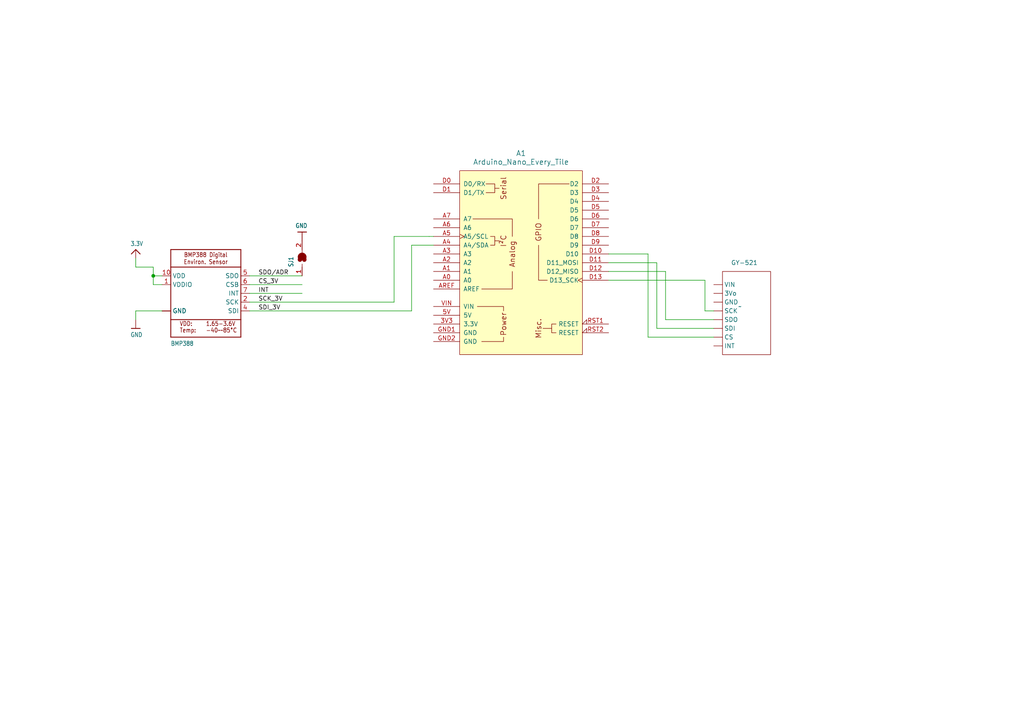
<source format=kicad_sch>
(kicad_sch (version 20230121) (generator eeschema)
  (paper "A4")
  (lib_symbols
    (symbol "Device:GY-521"
      (property "Reference" "GY-521" (at 1.27 8.89 0))
      (symbol "GY-521_0_1"
        (rectangle (start -5.08 10.16) (end 8.89 -13.97))
      )
      (symbol "GY-521_1_1"
        (pin power_out line (at -7.62 3.81 0) (length 2.54) (name "3Vo") (number ""))
        (pin input line (at -7.62 -8.89 0) (length 2.54) (name "CS") (number ""))
        (pin input line (at -7.62 1.27 0) (length 2.54) (name "GND") (number ""))
        (pin input line (at -7.62 -11.43 0) (length 2.54) (name "INT") (number ""))
        (pin input line (at -7.62 -1.27 0) (length 2.54) (name "SCK") (number ""))
        (pin input line (at -7.62 -6.35 0) (length 2.54) (name "SDI") (number ""))
        (pin input line (at -7.62 -3.81 0) (length 2.54) (name "SDO") (number ""))
        (pin power_in line (at -7.62 6.35 0) (length 2.54) (name "VIN") (number ""))
      )
    )
    (symbol "Drone Schematic-eagle-import:3.3V" (power)
      (property "Value" "3.3V" (at -1.524 1.016 0))
      (symbol "3.3V_1_0"
        (polyline (pts (xy -1.27 -1.27) (xy 0 0)) (stroke (width 0.254)))
        (polyline (pts (xy 0 0) (xy 1.27 -1.27)) (stroke (width 0.254)))
        (pin power_in line (at 0 -2.54 90) (length 2.54) (name "3.3V") (number "1"))
      )
    )
    (symbol "Drone Schematic-eagle-import:BMP388"
      (symbol "BMP388_1_0"
        (polyline (pts (xy -10.16 -7.62) (xy -10.16 -12.7)) (stroke (width 0.254)))
        (polyline (pts (xy -10.16 -7.62) (xy -10.16 7.62)) (stroke (width 0.254)))
        (polyline (pts (xy -10.16 7.62) (xy 10.16 7.62)) (stroke (width 0.254)))
        (polyline (pts (xy -10.16 12.7) (xy -10.16 7.62)) (stroke (width 0.254)))
        (polyline (pts (xy -10.16 12.7) (xy 10.16 12.7)) (stroke (width 0.254)))
        (polyline (pts (xy 10.16 -12.7) (xy -10.16 -12.7)) (stroke (width 0.254)))
        (polyline (pts (xy 10.16 -7.62) (xy -10.16 -7.62)) (stroke (width 0.254)))
        (polyline (pts (xy 10.16 -7.62) (xy 10.16 -12.7)) (stroke (width 0.254)))
        (polyline (pts (xy 10.16 7.62) (xy 10.16 -7.62)) (stroke (width 0.254)))
        (polyline (pts (xy 10.16 12.7) (xy 10.16 7.62)) (stroke (width 0.254)))
        (text "-40~~85°C" (at 0 -11.43 0) (effects (font (size 1.27 1.0795)) (justify left bottom)))
        (text "1.65-3.6V" (at 0 -9.525 0) (effects (font (size 1.27 1.0795)) (justify left bottom)))
        (text "BMP388 Digital\nEnviron. Sensor" (at 0 10.16 0) (effects (font (size 1.27 1.0795))))
        (text "Temp:" (at -7.62 -11.43 0) (effects (font (size 1.27 1.0795)) (justify left bottom)))
        (text "VDD:" (at -7.62 -9.525 0) (effects (font (size 1.27 1.0795)) (justify left bottom)))
        (pin power_in line (at -12.7 2.54 0) (length 2.54) (name "VDDIO") (number "1"))
        (pin power_in line (at -12.7 5.08 0) (length 2.54) (name "VDD") (number "10"))
        (pin input line (at 12.7 -2.54 180) (length 2.54) (name "SCK") (number "2"))
        (pin power_in line (at -12.7 -5.08 0) (length 2.54) (name "GND") (number "3"))
        (pin input line (at 12.7 -5.08 180) (length 2.54) (name "SDI") (number "4"))
        (pin output line (at 12.7 5.08 180) (length 2.54) (name "SDO") (number "5"))
        (pin input line (at 12.7 2.54 180) (length 2.54) (name "CSB") (number "6"))
        (pin output line (at 12.7 0 180) (length 2.54) (name "INT") (number "7"))
        (pin power_in line (at -12.7 -5.08 0) (length 2.54) (name "GND") (number "8"))
        (pin power_in line (at -12.7 -5.08 0) (length 2.54) (name "GND") (number "9"))
      )
    )
    (symbol "Drone Schematic-eagle-import:GND" (power)
      (property "Value" "GND" (at -1.524 -2.54 0))
      (symbol "GND_1_0"
        (polyline (pts (xy -1.27 0) (xy 1.27 0)) (stroke (width 0.254)))
        (pin power_in line (at 0 2.54 270) (length 2.54) (name "GND") (number "1"))
      )
    )
    (symbol "Drone Schematic-eagle-import:SOLDERJUMPER"
      (property "Reference" "SJ" (at -2.54 2.54 0))
      (symbol "SOLDERJUMPER_1_0"
        (arc (start -0.381 -0.635) (mid 0.2514 -0.0001) (end -0.3808 0.635) (stroke (width 1.27)))
        (polyline (pts (xy -2.54 0) (xy -1.651 0)) (stroke (width 0.1524)))
        (polyline (pts (xy 2.54 0) (xy 1.651 0)) (stroke (width 0.1524)))
        (arc (start 0.3808 -0.635) (mid 1.0132 -0.0001) (end 0.381 0.635) (stroke (width 1.27)))
        (pin passive line (at -5.08 0 0) (length 2.54) (name "1") (number "1"))
        (pin passive line (at 5.08 0 180) (length 2.54) (name "2") (number "2"))
      )
    )
    (symbol "arduino-library:Arduino_Nano_Every_Tile" (pin_names (offset 1.016))
      (property "Reference" "A" (at 0 33.02 0))
      (property "Value" "Arduino_Nano_Every_Tile" (at 0 29.21 0))
      (symbol "Arduino_Nano_Every_Tile_0_0"
        (rectangle (start -17.78 26.67) (end 17.78 -26.67) (fill (type background)))
        (polyline (pts (xy -7.62 6.35) (xy -6.35 6.35)))
        (polyline (pts (xy -7.62 21.59) (xy -6.35 21.59)))
        (polyline (pts (xy 8.89 -19.05) (xy 6.35 -19.05)))
        (polyline (pts (xy -11.43 -22.86) (xy -5.08 -22.86) (xy -5.08 -21.59)))
        (polyline (pts (xy -5.08 -13.97) (xy -5.08 -12.7) (xy -12.7 -12.7)))
        (polyline (pts (xy -10.16 22.86) (xy -7.62 22.86) (xy -7.62 20.32) (xy -10.16 20.32)))
        (polyline (pts (xy -8.89 7.62) (xy -7.62 7.62) (xy -7.62 5.08) (xy -8.89 5.08)))
        (text "Analog" (at -2.54 2.54 900) (effects (font (size 1.524 1.524))))
        (text "I²C" (at -5.08 6.35 900) (effects (font (size 1.524 1.524))))
        (text "Misc." (at 5.08 -19.05 900) (effects (font (size 1.524 1.524))))
        (text "Power" (at -5.08 -17.78 900) (effects (font (size 1.524 1.524))))
        (text "Serial" (at -5.08 21.59 900) (effects (font (size 1.524 1.524))))
      )
      (symbol "Arduino_Nano_Every_Tile_0_1"
        (polyline (pts (xy -13.97 12.7) (xy -2.54 12.7) (xy -2.54 7.62)))
        (polyline (pts (xy -11.43 -7.62) (xy -2.54 -7.62) (xy -2.54 -2.54)))
        (polyline (pts (xy 7.62 -5.08) (xy 5.08 -5.08) (xy 5.08 5.08)))
        (polyline (pts (xy 13.97 22.86) (xy 5.08 22.86) (xy 5.08 12.7)))
        (polyline (pts (xy 10.16 -17.78) (xy 8.89 -17.78) (xy 8.89 -20.32) (xy 10.16 -20.32)))
      )
      (symbol "Arduino_Nano_Every_Tile_1_0"
        (text "GPIO" (at 5.08 8.89 900) (effects (font (size 1.524 1.524))))
      )
      (symbol "Arduino_Nano_Every_Tile_1_1"
        (pin power_out line (at -25.4 -17.78 0) (length 7.62) (name "3.3V") (number "3V3"))
        (pin power_in line (at -25.4 -15.24 0) (length 7.62) (name "5V") (number "5V"))
        (pin bidirectional line (at -25.4 -5.08 0) (length 7.62) (name "A0") (number "A0"))
        (pin bidirectional line (at -25.4 -2.54 0) (length 7.62) (name "A1") (number "A1"))
        (pin bidirectional line (at -25.4 0 0) (length 7.62) (name "A2") (number "A2"))
        (pin bidirectional line (at -25.4 2.54 0) (length 7.62) (name "A3") (number "A3"))
        (pin bidirectional line (at -25.4 5.08 0) (length 7.62) (name "A4/SDA") (number "A4"))
        (pin bidirectional clock (at -25.4 7.62 0) (length 7.62) (name "A5/SCL") (number "A5"))
        (pin input line (at -25.4 10.16 0) (length 7.62) (name "A6") (number "A6"))
        (pin input line (at -25.4 12.7 0) (length 7.62) (name "A7") (number "A7"))
        (pin input line (at -25.4 -7.62 0) (length 7.62) (name "AREF") (number "AREF"))
        (pin bidirectional line (at -25.4 22.86 0) (length 7.62) (name "D0/RX") (number "D0"))
        (pin bidirectional line (at -25.4 20.32 0) (length 7.62) (name "D1/TX") (number "D1"))
        (pin bidirectional line (at 25.4 2.54 180) (length 7.62) (name "D10") (number "D10"))
        (pin bidirectional line (at 25.4 0 180) (length 7.62) (name "D11_MOSI") (number "D11"))
        (pin bidirectional line (at 25.4 -2.54 180) (length 7.62) (name "D12_MISO") (number "D12"))
        (pin bidirectional clock (at 25.4 -5.08 180) (length 7.62) (name "D13_SCK") (number "D13"))
        (pin bidirectional line (at 25.4 22.86 180) (length 7.62) (name "D2") (number "D2"))
        (pin bidirectional line (at 25.4 20.32 180) (length 7.62) (name "D3") (number "D3"))
        (pin bidirectional line (at 25.4 17.78 180) (length 7.62) (name "D4") (number "D4"))
        (pin bidirectional line (at 25.4 15.24 180) (length 7.62) (name "D5") (number "D5"))
        (pin bidirectional line (at 25.4 12.7 180) (length 7.62) (name "D6") (number "D6"))
        (pin bidirectional line (at 25.4 10.16 180) (length 7.62) (name "D7") (number "D7"))
        (pin bidirectional line (at 25.4 7.62 180) (length 7.62) (name "D8") (number "D8"))
        (pin bidirectional line (at 25.4 5.08 180) (length 7.62) (name "D9") (number "D9"))
        (pin power_in line (at -25.4 -20.32 0) (length 7.62) (name "GND") (number "GND1"))
        (pin power_in line (at -25.4 -22.86 0) (length 7.62) (name "GND") (number "GND2"))
        (pin open_collector input_low (at 25.4 -17.78 180) (length 7.62) (name "RESET") (number "RST1"))
        (pin open_collector input_low (at 25.4 -20.32 180) (length 7.62) (name "RESET") (number "RST2"))
        (pin power_in line (at -25.4 -12.7 0) (length 7.62) (name "VIN") (number "VIN"))
      )
    )
  )
  (junction (at 44.45 80.01))
  (wire (pts (xy 72.39 80.01) (xy 87.63 80.01)) (stroke (width 0.1524)))
  (wire (pts (xy 72.39 85.09) (xy 87.63 85.09)) (stroke (width 0.1524)))
  (wire (pts (xy 207.01 97.79) (xy 187.96 97.79)))
  (wire (pts (xy 44.45 82.55) (xy 46.99 82.55)) (stroke (width 0.1524)))
  (wire (pts (xy 190.5 95.25) (xy 190.5 76.2)))
  (wire (pts (xy 39.37 74.93) (xy 39.37 77.47)) (stroke (width 0.1524)))
  (wire (pts (xy 204.47 81.28) (xy 204.47 90.17)))
  (wire (pts (xy 44.45 77.47) (xy 44.45 80.01)) (stroke (width 0.1524)))
  (wire (pts (xy 207.01 92.71) (xy 193.04 92.71)))
  (wire (pts (xy 204.47 90.17) (xy 207.01 90.17)))
  (wire (pts (xy 39.37 77.47) (xy 44.45 77.47)) (stroke (width 0.1524)))
  (wire (pts (xy 124.46 68.58) (xy 125.73 68.58)) (stroke (width 0.1524)))
  (wire (pts (xy 119.38 71.12) (xy 119.38 90.17)) (stroke (width 0.1524)))
  (wire (pts (xy 193.04 92.71) (xy 193.04 78.74)))
  (wire (pts (xy 44.45 80.01) (xy 44.45 82.55)) (stroke (width 0.1524)))
  (wire (pts (xy 72.39 90.17) (xy 119.38 90.17)) (stroke (width 0.1524)))
  (wire (pts (xy 72.39 87.63) (xy 114.3 87.63)))
  (wire (pts (xy 193.04 78.74) (xy 176.53 78.74)))
  (wire (pts (xy 176.53 81.28) (xy 204.47 81.28)))
  (wire (pts (xy 114.3 68.58) (xy 124.46 68.58)))
  (wire (pts (xy 114.3 87.63) (xy 114.3 68.58)))
  (wire (pts (xy 39.37 90.17) (xy 39.37 92.71)) (stroke (width 0.1524)))
  (wire (pts (xy 39.37 90.17) (xy 46.99 90.17)) (stroke (width 0.1524)))
  (wire (pts (xy 187.96 97.79) (xy 187.96 73.66)))
  (wire (pts (xy 207.01 95.25) (xy 190.5 95.25)))
  (wire (pts (xy 46.99 80.01) (xy 44.45 80.01)) (stroke (width 0.1524)))
  (wire (pts (xy 119.38 71.12) (xy 125.73 71.12)) (stroke (width 0.1524)))
  (wire (pts (xy 190.5 76.2) (xy 176.53 76.2)))
  (wire (pts (xy 187.96 73.66) (xy 176.53 73.66)))
  (wire (pts (xy 72.39 82.55) (xy 87.63 82.55)) (stroke (width 0.1524)))
  (label "INT" (at 74.93 85.09 0) (effects (font (size 1.2446 1.2446))))
  (label "SDO/ADR" (at 74.93 80.01 0) (effects (font (size 1.2446 1.2446))))
  (label "CS_3V" (at 74.93 82.55 0) (effects (font (size 1.2446 1.2446))))
  (label "SCK_3V" (at 74.93 87.63 0) (effects (font (size 1.2446 1.2446))))
  (label "SDI_3V" (at 74.93 90.17 0) (effects (font (size 1.2446 1.2446))))
  (symbol (lib_id "Drone Schematic-eagle-import:GND") (at 87.63 67.31 180) (unit 1)
    (property "Reference" "#U$03" (effects hide))
    (property "Value" "GND" (at 89.154 64.77 0) (effects (font (size 1.27 1.0795)) (justify left bottom)))
  )
  (symbol (lib_id "Device:GY-521") (at 214.63 88.9 0) (unit 1)
    (property "Reference" "GY-521" (at 215.9 76.2 0))
    (property "Value" "~" (at 214.63 88.9 0))
  )
  (symbol (lib_id "Drone Schematic-eagle-import:SOLDERJUMPER") (at 87.63 74.93 90) (unit 1)
    (property "Reference" "SJ1" (at 85.09 77.47 0) (effects (font (size 1.27 1.0795)) (justify left bottom)))
    (property "Value" "SOLDERJUMPER" (effects hide))
    (property "Footprint" "Drone Schematic:SOLDERJUMPER_ARROW_NOPASTE" (effects hide))
  )
  (symbol (lib_id "arduino-library:Arduino_Nano_Every_Tile") (at 151.13 76.2 0) (unit 1)
    (property "Reference" "A1" (at 151.13 44.45 0) (effects (font (size 1.524 1.524))))
    (property "Value" "Arduino_Nano_Every_Tile" (at 151.13 46.99 0) (effects (font (size 1.524 1.524))))
    (property "Footprint" "PCM_arduino-library:Arduino_Nano_Every_Tile" (effects hide))
    (property "Datasheet" "https://docs.arduino.cc/hardware/nano-every" (effects hide))
  )
  (symbol (lib_id "Drone Schematic-eagle-import:BMP388") (at 59.69 85.09 0) (unit 1)
    (property "Reference" "IC1" (effects hide))
    (property "Value" "BMP388" (at 49.53 100.33 0) (effects (font (size 1.27 1.0795)) (justify left bottom)))
    (property "Footprint" "Drone Schematic:BMP388" (effects hide))
  )
  (symbol (lib_id "Drone Schematic-eagle-import:3.3V") (at 39.37 72.39 0) (unit 1)
    (property "Reference" "#U$01" (effects hide))
    (property "Value" "3.3V" (at 37.846 71.374 0) (effects (font (size 1.27 1.0795)) (justify left bottom)))
  )
  (symbol (lib_id "Drone Schematic-eagle-import:GND") (at 39.37 95.25 0) (unit 1)
    (property "Reference" "#U$02" (effects hide))
    (property "Value" "GND" (at 37.846 97.79 0) (effects (font (size 1.27 1.0795)) (justify left bottom)))
  )
)
</source>
